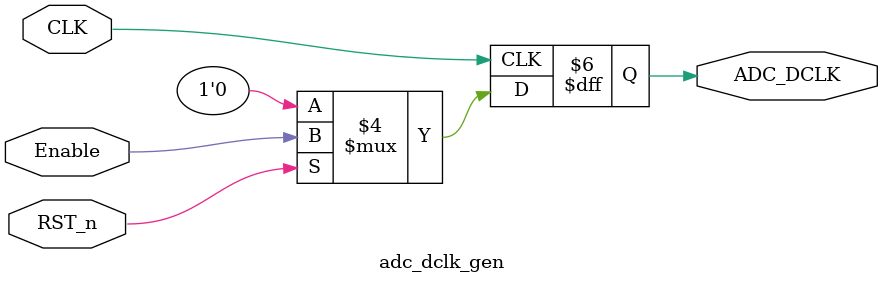
<source format=v>


module adc_dclk_gen (
    CLK, RST_n, Enable, ADC_DCLK
);

input CLK, RST_n, Enable;

output reg ADC_DCLK;

always @(posedge CLK) 
begin
	if (!RST_n) 
		ADC_DCLK <= 0;
	else
        ADC_DCLK <= Enable;
end


endmodule

</source>
